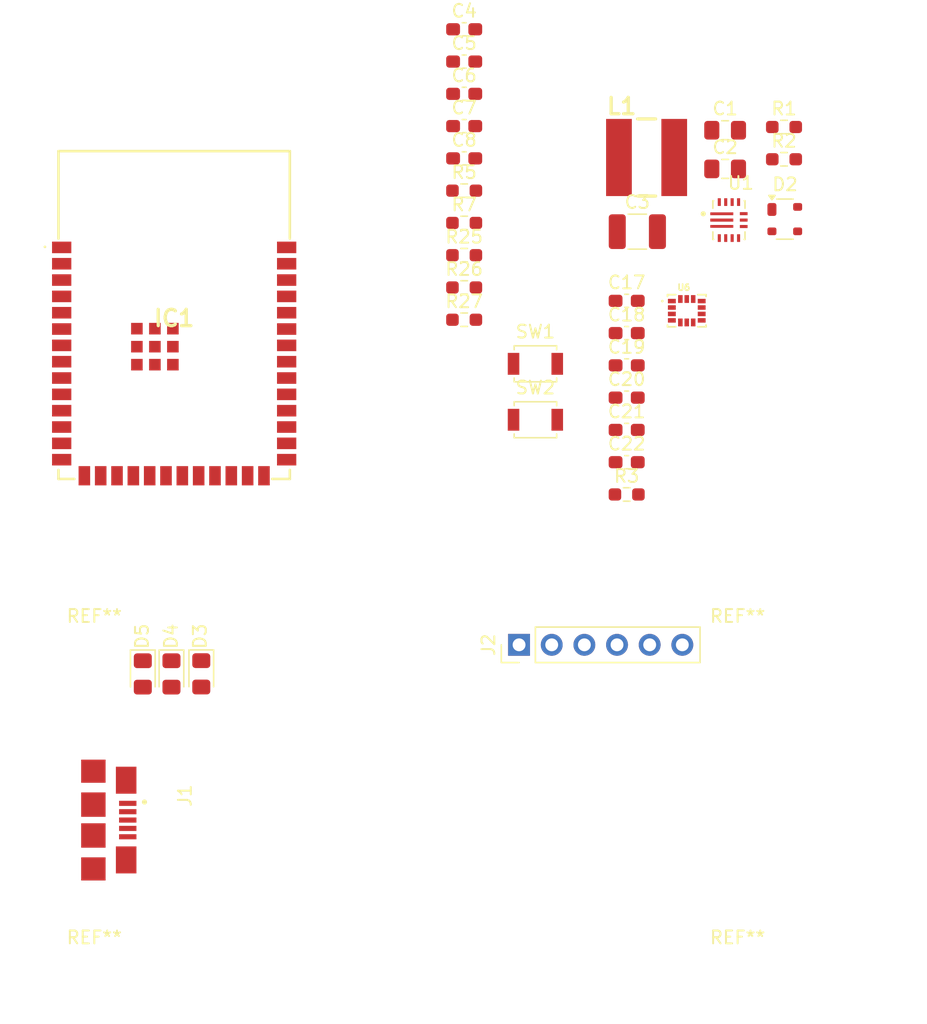
<source format=kicad_pcb>
(kicad_pcb (version 20241229) (generator "pcbnew") (generator_version "9.0")
  (layers (0 "F.Cu" signal) (2 "B.Cu" signal) (13 "F.Paste" user) (15 "B.Paste" user) (5 "F.SilkS" user "F.Silkscreen") (7 "B.SilkS" user "B.Silkscreen") (1 "F.Mask" user) (3 "B.Mask" user) (25 "Edge.Cuts" user))
  (net 0 "")
  (net 1 "Earth")
  (net 2 "+5V")
  (net 3 "+3.3V")
  (net 4 "Net-(U1-FB)")
  (net 5 "/ESP32S3/GPIO0")
  (net 6 "/ESP32S3/CHIP_PU")
  (net 7 "/ESP32S3/D+")
  (net 8 "/ESP32S3/D-")
  (net 9 "Net-(D3-A)")
  (net 10 "Net-(D4-A)")
  (net 11 "Net-(D5-A)")
  (net 12 "/ESP32S3/GPIO35")
  (net 13 "/ESP32S3/GPIO21")
  (net 14 "/ESP32S3/GPIO15")
  (net 15 "/ESP32S3/GPIO46")
  (net 16 "/ESP32S3/GPIO47")
  (net 17 "/ESP32S3/U0RXD")
  (net 18 "/ESP32S3/GPIO38")
  (net 19 "/ESP32S3/GPIO37")
  (net 20 "/ESP32S3/U0TXD")
  (net 21 "/ESP32S3/GPIO36")
  (net 22 "/ESP32S3/GPIO2")
  (net 23 "/ESP32S3/GPIO14")
  (net 24 "/ESP32S3/GPIO48")
  (net 25 "/ESP32S3/GPIO6")
  (net 26 "/ESP32S3/GPIO40")
  (net 27 "/ESP32S3/GPIO3")
  (net 28 "/ESP32S3/GPIO7")
  (net 29 "/ESP32S3/GPIO4")
  (net 30 "/ESP32S3/GPIO42")
  (net 31 "/ESP32S3/GPIO5")
  (net 32 "/ESP32S3/GPIO12")
  (net 33 "/ESP32S3/GPIO17")
  (net 34 "/ESP32S3/GPIO10")
  (net 35 "/ESP32S3/GPIO1")
  (net 36 "/ESP32S3/GPIO18")
  (net 37 "/ESP32S3/GPIO39")
  (net 38 "/ESP32S3/GPIO41")
  (net 39 "/ESP32S3/GPIO45")
  (net 40 "/ESP32S3/GPIO9")
  (net 41 "/ESP32S3/GPIO8")
  (net 42 "/ESP32S3/GPIO11")
  (net 43 "/ESP32S3/GPIO13")
  (net 45 "Net-(U1-L1)")
  (net 46 "Net-(U1-L2)")
  (footprint "MountingHole:MountingHole_2mm" (layer "F.Cu") (at 128.79125 72.375)
    (property "Reference" "REF**" (at 0 -2.95 0) (layer "F.SilkS"))
    (property "Value" "MountingHole_2mm")
    (pad "" np_thru_hole circle (at 0 0) (size 2 2) (drill 2) (layers "*.Cu" "*.Mask"))
  )
  (footprint "Capacitor_SMD:C_0603_1608Metric_Pad1.08x0.95mm_HandSolder" (layer "F.Cu") (at 170.2 57.455)
    (property "Reference" "C22" (at 0 -1.43 0) (layer "F.SilkS"))
    (property "Value" "0.1uF")
    (fp_line (start -0.146267 -0.51) (end 0.146267 -0.51) (stroke (width 0.12)) (layer "F.SilkS"))
    (fp_line (start -0.146267 0.51) (end 0.146267 0.51) (stroke (width 0.12)) (layer "F.SilkS"))
    (pad "1" smd roundrect (at -0.8625 0) (size 1.075 0.95) (layers "F.Cu" "F.Mask" "F.Paste") (net 1 "Earth"))
    (pad "2" smd roundrect (at 0.8625 0) (size 1.075 0.95) (layers "F.Cu" "F.Mask" "F.Paste") (net 3 "+3.3V"))
  )
  (footprint "MountingHole:MountingHole_2mm" (layer "F.Cu") (at 178.83125 97.375)
    (property "Reference" "REF**" (at 0 -2.95 0) (layer "F.SilkS"))
    (property "Value" "MountingHole_2mm")
    (pad "" np_thru_hole circle (at 0 0) (size 2 2) (drill 2) (layers "*.Cu" "*.Mask"))
  )
  (footprint "Capacitor_SMD:C_0603_1608Metric_Pad1.08x0.95mm_HandSolder" (layer "F.Cu") (at 170.2 54.945)
    (property "Reference" "C21" (at 0 -1.43 0) (layer "F.SilkS"))
    (property "Value" "1nF")
    (fp_line (start -0.146267 -0.51) (end 0.146267 -0.51) (stroke (width 0.12)) (layer "F.SilkS"))
    (fp_line (start -0.146267 0.51) (end 0.146267 0.51) (stroke (width 0.12)) (layer "F.SilkS"))
    (pad "1" smd roundrect (at -0.8625 0) (size 1.075 0.95) (layers "F.Cu" "F.Mask" "F.Paste") (net 1 "Earth"))
    (pad "2" smd roundrect (at 0.8625 0) (size 1.075 0.95) (layers "F.Cu" "F.Mask" "F.Paste") (net 3 "+3.3V"))
  )
  (footprint "Footprint:AMPHENOL_10118192-0002LF" (layer "F.Cu") (at 131.39 85.29 -90)
    (property "Reference" "J1" (at -1.905 -4.445 90) (layer "F.SilkS"))
    (property "Value" "10118192-0002LF")
    (fp_circle (center -1.4 -1.3) (end -1.3 -1.3) (stroke (width 0.2)) (fill no) (layer "F.SilkS"))
    (pad "1" smd rect (at -1.3 0 270) (size 0.4 1.35) (layers "F.Cu" "F.Mask" "F.Paste") (net 2 "+5V"))
    (pad "2" smd rect (at -0.65 0 270) (size 0.4 1.35) (layers "F.Cu" "F.Mask" "F.Paste") (net 8 "/ESP32S3/D-"))
    (pad "3" smd rect (at 0 0 270) (size 0.4 1.35) (layers "F.Cu" "F.Mask" "F.Paste") (net 7 "/ESP32S3/D+"))
    (pad "4" smd rect (at 0.65 0 270) (size 0.4 1.35) (layers "F.Cu" "F.Mask" "F.Paste"))
    (pad "5" smd rect (at 1.3 0 270) (size 0.4 1.35) (layers "F.Cu" "F.Mask" "F.Paste") (net 1 "Earth"))
    (pad "S1" smd rect (at -3.1 0.125 270) (size 2.1 1.6) (layers "F.Cu" "F.Mask" "F.Paste") (net 1 "Earth"))
    (pad "S2" smd rect (at 3.1 0.125 270) (size 2.1 1.6) (layers "F.Cu" "F.Mask" "F.Paste") (net 1 "Earth"))
    (pad "S3" smd rect (at -3.8 2.675 270) (size 1.8 1.9) (layers "F.Cu" "F.Mask" "F.Paste") (net 1 "Earth"))
    (pad "S4" smd rect (at -1.2 2.675 270) (size 1.9 1.9) (layers "F.Cu" "F.Mask" "F.Paste") (net 1 "Earth"))
    (pad "S5" smd rect (at 1.2 2.675 270) (size 1.9 1.9) (layers "F.Cu" "F.Mask" "F.Paste") (net 1 "Earth"))
    (pad "S6" smd rect (at 3.8 2.675 270) (size 1.8 1.9) (layers "F.Cu" "F.Mask" "F.Paste") (net 1 "Earth"))
  )
  (footprint "Capacitor_SMD:C_0603_1608Metric_Pad1.08x0.95mm_HandSolder" (layer "F.Cu") (at 170.2 47.415)
    (property "Reference" "C18" (at 0 -1.43 0) (layer "F.SilkS"))
    (property "Value" "1nF")
    (fp_line (start -0.146267 -0.51) (end 0.146267 -0.51) (stroke (width 0.12)) (layer "F.SilkS"))
    (fp_line (start -0.146267 0.51) (end 0.146267 0.51) (stroke (width 0.12)) (layer "F.SilkS"))
    (pad "1" smd roundrect (at -0.8625 0) (size 1.075 0.95) (layers "F.Cu" "F.Mask" "F.Paste") (net 3 "+3.3V"))
    (pad "2" smd roundrect (at 0.8625 0) (size 1.075 0.95) (layers "F.Cu" "F.Mask" "F.Paste") (net 1 "Earth"))
  )
  (footprint "Resistor_SMD:R_0603_1608Metric_Pad0.98x0.95mm_HandSolder" (layer "F.Cu") (at 157.56 36.335)
    (property "Reference" "R5" (at 0 -1.43 0) (layer "F.SilkS"))
    (property "Value" "10K 0.2W")
    (fp_line (start -0.254724 -0.5225) (end 0.254724 -0.5225) (stroke (width 0.12)) (layer "F.SilkS"))
    (fp_line (start -0.254724 0.5225) (end 0.254724 0.5225) (stroke (width 0.12)) (layer "F.SilkS"))
    (pad "1" smd roundrect (at -0.9125 0) (size 0.975 0.95) (layers "F.Cu" "F.Mask" "F.Paste") (net 3 "+3.3V"))
    (pad "2" smd roundrect (at 0.9125 0) (size 0.975 0.95) (layers "F.Cu" "F.Mask" "F.Paste") (net 6 "/ESP32S3/CHIP_PU"))
  )
  (footprint "Package_TO_SOT_SMD:SOT-143" (layer "F.Cu") (at 182.5 38.55)
    (property "Reference" "D2" (at 0.02 -2.7 0) (layer "F.SilkS"))
    (property "Value" "SP0503BAHT")
    (fp_line (start -0.65 1.56) (end 0.65 1.56) (stroke (width 0.12)) (layer "F.SilkS"))
    (fp_line (start 0.65 -1.56) (end -0.62 -1.56) (stroke (width 0.12)) (layer "F.SilkS"))
    (fp_poly (pts (xy -1 -1.51) (xy -1.24 -1.84) (xy -0.76 -1.84) (xy -1 -1.51)) (stroke (width 0.12)) (fill yes) (layer "F.SilkS"))
    (pad "1" smd roundrect (at -1 -0.75) (size 0.7 1) (layers "F.Cu" "F.Mask" "F.Paste") (net 1 "Earth"))
    (pad "2" smd roundrect (at -1 0.95) (size 0.7 0.6) (layers "F.Cu" "F.Mask" "F.Paste") (net 2 "+5V"))
    (pad "3" smd roundrect (at 1 0.95) (size 0.7 0.6) (layers "F.Cu" "F.Mask" "F.Paste") (net 8 "/ESP32S3/D-"))
    (pad "4" smd roundrect (at 1 -0.95) (size 0.7 0.6) (layers "F.Cu" "F.Mask" "F.Paste") (net 7 "/ESP32S3/D+"))
  )
  (footprint "Capacitor_SMD:C_0805_2012Metric_Pad1.18x1.45mm_HandSolder" (layer "F.Cu") (at 177.86 31.635)
    (property "Reference" "C1" (at 0 -1.68 0) (layer "F.SilkS"))
    (property "Value" "10uF")
    (fp_line (start -0.261252 -0.735) (end 0.261252 -0.735) (stroke (width 0.12)) (layer "F.SilkS"))
    (fp_line (start -0.261252 0.735) (end 0.261252 0.735) (stroke (width 0.12)) (layer "F.SilkS"))
    (pad "1" smd roundrect (at -1.0375 0) (size 1.175 1.45) (layers "F.Cu" "F.Mask" "F.Paste") (roundrect_rratio 0.212766) (net 2 "+5V"))
    (pad "2" smd roundrect (at 1.0375 0) (size 1.175 1.45) (layers "F.Cu" "F.Mask" "F.Paste") (roundrect_rratio 0.212766) (net 1 "Earth"))
  )
  (footprint "MountingHole:MountingHole_2mm" (layer "F.Cu") (at 128.79125 97.375)
    (property "Reference" "REF**" (at 0 -2.95 0) (layer "F.SilkS"))
    (property "Value" "MountingHole_2mm")
    (pad "" np_thru_hole circle (at 0 0) (size 2 2) (drill 2) (layers "*.Cu" "*.Mask"))
  )
  (footprint "Footprint:VREG_TPS630250RNCT" (layer "F.Cu") (at 178.155 38.625)
    (property "Reference" "U1" (at 0.925 -2.885 0) (layer "F.SilkS"))
    (property "Value" "TPS630250RNCT")
    (fp_line (start -1.25 -1.5) (end -1.25 -0.92) (stroke (width 0.127)) (layer "F.SilkS"))
    (fp_line (start -1.25 -1.5) (end -1.19 -1.5) (stroke (width 0.127)) (layer "F.SilkS"))
    (fp_line (start -1.25 1.5) (end -1.25 0.92) (stroke (width 0.127)) (layer "F.SilkS"))
    (fp_line (start -1.19 1.5) (end -1.25 1.5) (stroke (width 0.127)) (layer "F.SilkS"))
    (fp_line (start 1.19 -1.5) (end 1.25 -1.5) (stroke (width 0.127)) (layer "F.SilkS"))
    (fp_line (start 1.25 -1.5) (end 1.25 -0.92) (stroke (width 0.127)) (layer "F.SilkS"))
    (fp_line (start 1.25 1.5) (end 1.19 1.5) (stroke (width 0.127)) (layer "F.SilkS"))
    (fp_line (start 1.25 1.5) (end 1.25 0.92) (stroke (width 0.127)) (layer "F.SilkS"))
    (fp_circle (center -2 -0.49) (end -1.9 -0.49) (stroke (width 0.2)) (fill no) (layer "F.SilkS"))
    (pad "1" smd rect (at -0.555 -0.49) (size 1.79 0.22) (layers "F.Cu") (net 46 "Net-(U1-L2)"))
    (pad "2" smd rect (at -0.555 0) (size 1.79 0.24) (layers "F.Cu") (net 1 "Earth"))
    (pad "3" smd rect (at -0.555 0.49) (size 1.79 0.22) (layers "F.Cu") (net 45 "Net-(U1-L1)"))
    (pad "4" smd rect (at -0.75 1.4) (size 0.24 0.6) (layers "F.Cu" "F.Mask" "F.Paste") (net 2 "+5V"))
    (pad "5" smd rect (at -0.25 1.4) (size 0.24 0.6) (layers "F.Cu" "F.Mask" "F.Paste") (net 2 "+5V"))
    (pad "6" smd rect (at 0.25 1.4) (size 0.24 0.6) (layers "F.Cu" "F.Mask" "F.Paste") (net 2 "+5V"))
    (pad "7" smd rect (at 0.75 1.4) (size 0.24 0.6) (layers "F.Cu" "F.Mask" "F.Paste") (net 2 "+5V"))
    (pad "8" smd rect (at 1.15 0.5 90) (size 0.24 0.6) (layers "F.Cu" "F.Paste") (net 2 "+5V"))
    (pad "9" smd rect (at 1.15 0 90) (size 0.24 0.6) (layers "F.Cu" "F.Paste") (net 1 "Earth"))
    (pad "10" smd rect (at 1.15 -0.5 90) (size 0.24 0.6) (layers "F.Cu" "F.Paste") (net 1 "Earth"))
    (pad "11" smd rect (at 0.75 -1.4 180) (size 0.24 0.6) (layers "F.Cu" "F.Mask" "F.Paste") (net 4 "Net-(U1-FB)"))
    (pad "12" smd rect (at 0.25 -1.4 180) (size 0.24 0.6) (layers "F.Cu" "F.Mask" "F.Paste") (net 3 "+3.3V"))
    (pad "13" smd rect (at -0.25 -1.4 180) (size 0.24 0.6) (layers "F.Cu" "F.Mask" "F.Paste") (net 3 "+3.3V"))
    (pad "14" smd rect (at -0.75 -1.4 180) (size 0.24 0.6) (layers "F.Cu" "F.Mask" "F.Paste") (net 3 "+3.3V"))
  )
  (footprint "Resistor_SMD:R_0603_1608Metric_Pad0.98x0.95mm_HandSolder" (layer "F.Cu") (at 170.2 59.965)
    (property "Reference" "R3" (at 0 -1.43 0) (layer "F.SilkS"))
    (property "Value" "10K")
    (fp_line (start -0.254724 -0.5225) (end 0.254724 -0.5225) (stroke (width 0.12)) (layer "F.SilkS"))
    (fp_line (start -0.254724 0.5225) (end 0.254724 0.5225) (stroke (width 0.12)) (layer "F.SilkS"))
    (pad "1" smd roundrect (at -0.9125 0) (size 0.975 0.95) (layers "F.Cu" "F.Mask" "F.Paste") (net 1 "Earth"))
    (pad "2" smd roundrect (at 0.9125 0) (size 0.975 0.95) (layers "F.Cu" "F.Mask" "F.Paste") (net 21 "/ESP32S3/GPIO36"))
  )
  (footprint "Resistor_SMD:R_0603_1608Metric_Pad0.98x0.95mm_HandSolder" (layer "F.Cu") (at 157.56 38.845)
    (property "Reference" "R7" (at 0 -1.43 0) (layer "F.SilkS"))
    (property "Value" "10K 0.2W")
    (fp_line (start -0.254724 -0.5225) (end 0.254724 -0.5225) (stroke (width 0.12)) (layer "F.SilkS"))
    (fp_line (start -0.254724 0.5225) (end 0.254724 0.5225) (stroke (width 0.12)) (layer "F.SilkS"))
    (pad "1" smd roundrect (at -0.9125 0) (size 0.975 0.95) (layers "F.Cu" "F.Mask" "F.Paste") (net 5 "/ESP32S3/GPIO0"))
    (pad "2" smd roundrect (at 0.9125 0) (size 0.975 0.95) (layers "F.Cu" "F.Mask" "F.Paste") (net 3 "+3.3V"))
  )
  (footprint "Capacitor_SMD:C_0805_2012Metric_Pad1.18x1.45mm_HandSolder" (layer "F.Cu") (at 177.86 34.645)
    (property "Reference" "C2" (at 0 -1.68 0) (layer "F.SilkS"))
    (property "Value" "10uF")
    (fp_line (start -0.261252 -0.735) (end 0.261252 -0.735) (stroke (width 0.12)) (layer "F.SilkS"))
    (fp_line (start -0.261252 0.735) (end 0.261252 0.735) (stroke (width 0.12)) (layer "F.SilkS"))
    (pad "1" smd roundrect (at -1.0375 0) (size 1.175 1.45) (layers "F.Cu" "F.Mask" "F.Paste") (roundrect_rratio 0.212766) (net 3 "+3.3V"))
    (pad "2" smd roundrect (at 1.0375 0) (size 1.175 1.45) (layers "F.Cu" "F.Mask" "F.Paste") (roundrect_rratio 0.212766) (net 4 "Net-(U1-FB)"))
  )
  (footprint "Capacitor_SMD:C_0603_1608Metric_Pad1.08x0.95mm_HandSolder" (layer "F.Cu") (at 170.2 44.905)
    (property "Reference" "C17" (at 0 -1.43 0) (layer "F.SilkS"))
    (property "Value" "0.1uF")
    (fp_line (start -0.146267 -0.51) (end 0.146267 -0.51) (stroke (width 0.12)) (layer "F.SilkS"))
    (fp_line (start -0.146267 0.51) (end 0.146267 0.51) (stroke (width 0.12)) (layer "F.SilkS"))
    (pad "1" smd roundrect (at -0.8625 0) (size 1.075 0.95) (layers "F.Cu" "F.Mask" "F.Paste") (net 3 "+3.3V"))
    (pad "2" smd roundrect (at 0.8625 0) (size 1.075 0.95) (layers "F.Cu" "F.Mask" "F.Paste") (net 1 "Earth"))
  )
  (footprint "Connector_PinHeader_2.54mm:PinHeader_1x06_P2.54mm_Vertical" (layer "F.Cu") (at 161.83 71.66 90)
    (property "Reference" "J2" (at 0 -2.38 90) (layer "F.SilkS"))
    (property "Value" "Debug")
    (fp_line (start -1.38 -1.38) (end 0 -1.38) (stroke (width 0.12)) (layer "F.SilkS"))
    (fp_line (start -1.38 0) (end -1.38 -1.38) (stroke (width 0.12)) (layer "F.SilkS"))
    (fp_line (start 1.38 1.27) (end 1.38 14.08) (stroke (width 0.12)) (layer "F.SilkS"))
    (fp_line (start -1.38 1.27) (end 1.38 1.27) (stroke (width 0.12)) (layer "F.SilkS"))
    (fp_line (start -1.38 1.27) (end -1.38 14.08) (stroke (width 0.12)) (layer "F.SilkS"))
    (fp_line (start -1.38 14.08) (end 1.38 14.08) (stroke (width 0.12)) (layer "F.SilkS"))
    (pad "1" thru_hole rect (at 0 0 90) (size 1.7 1.7) (drill 1) (layers "*.Cu" "*.Mask") (net 3 "+3.3V"))
    (pad "2" thru_hole circle (at 0 2.54 90) (size 1.7 1.7) (drill 1) (layers "*.Cu" "*.Mask") (net 20 "/ESP32S3/U0TXD"))
    (pad "3" thru_hole circle (at 0 5.08 90) (size 1.7 1.7) (drill 1) (layers "*.Cu" "*.Mask") (net 17 "/ESP32S3/U0RXD"))
    (pad "4" thru_hole circle (at 0 7.62 90) (size 1.7 1.7) (drill 1) (layers "*.Cu" "*.Mask") (net 5 "/ESP32S3/GPIO0"))
    (pad "5" thru_hole circle (at 0 10.16 90) (size 1.7 1.7) (drill 1) (layers "*.Cu" "*.Mask") (net 6 "/ESP32S3/CHIP_PU"))
    (pad "6" thru_hole circle (at 0 12.7 90) (size 1.7 1.7) (drill 1) (layers "*.Cu" "*.Mask") (net 1 "Earth"))
  )
  (footprint "Capacitor_SMD:C_0603_1608Metric_Pad1.08x0.95mm_HandSolder" (layer "F.Cu") (at 157.56 23.785)
    (property "Reference" "C4" (at 0 -1.43 0) (layer "F.SilkS"))
    (property "Value" "0.1uF")
    (fp_line (start -0.146267 -0.51) (end 0.146267 -0.51) (stroke (width 0.12)) (layer "F.SilkS"))
    (fp_line (start -0.146267 0.51) (end 0.146267 0.51) (stroke (width 0.12)) (layer "F.SilkS"))
    (pad "1" smd roundrect (at -0.8625 0) (size 1.075 0.95) (layers "F.Cu" "F.Mask" "F.Paste") (net 5 "/ESP32S3/GPIO0"))
    (pad "2" smd roundrect (at 0.8625 0) (size 1.075 0.95) (layers "F.Cu" "F.Mask" "F.Paste") (net 1 "Earth"))
  )
  (footprint "Resistor_SMD:R_0603_1608Metric_Pad0.98x0.95mm_HandSolder" (layer "F.Cu") (at 157.56 43.865)
    (property "Reference" "R26" (at 0 -1.43 0) (layer "F.SilkS"))
    (property "Value" "470E")
    (fp_line (start -0.254724 -0.5225) (end 0.254724 -0.5225) (stroke (width 0.12)) (layer "F.SilkS"))
    (fp_line (start -0.254724 0.5225) (end 0.254724 0.5225) (stroke (width 0.12)) (layer "F.SilkS"))
    (pad "1" smd roundrect (at -0.9125 0) (size 0.975 0.95) (layers "F.Cu" "F.Mask" "F.Paste") (net 10 "Net-(D4-A)"))
    (pad "2" smd roundrect (at 0.9125 0) (size 0.975 0.95) (layers "F.Cu" "F.Mask" "F.Paste") (net 31 "/ESP32S3/GPIO5"))
  )
  (footprint "Resistor_SMD:R_0603_1608Metric_Pad0.98x0.95mm_HandSolder" (layer "F.Cu") (at 157.56 46.375)
    (property "Reference" "R27" (at 0 -1.43 0) (layer "F.SilkS"))
    (property "Value" "470E")
    (fp_line (start -0.254724 -0.5225) (end 0.254724 -0.5225) (stroke (width 0.12)) (layer "F.SilkS"))
    (fp_line (start -0.254724 0.5225) (end 0.254724 0.5225) (stroke (width 0.12)) (layer "F.SilkS"))
    (pad "1" smd roundrect (at -0.9125 0) (size 0.975 0.95) (layers "F.Cu" "F.Mask" "F.Paste") (net 11 "Net-(D5-A)"))
    (pad "2" smd roundrect (at 0.9125 0) (size 0.975 0.95) (layers "F.Cu" "F.Mask" "F.Paste") (net 25 "/ESP32S3/GPIO6"))
  )
  (footprint "Footprint:SRN60451R0Y" (layer "F.Cu") (at 171.75 33.757)
    (property "Reference" "L1" (at -1.94 -3.98 0) (layer "F.SilkS") (effects (font (size 1.27 1.27) (thickness 0.254))))
    (property "Value" "SRN60451R0Y" (hide yes))
    (fp_line (start -0.7 -3) (end 0.7 -3) (stroke (width 0.254)) (layer "F.SilkS"))
    (fp_line (start -0.7 3) (end 0.7 3) (stroke (width 0.254)) (layer "F.SilkS"))
    (pad "1" smd rect (at -2.15 0) (size 2 6) (layers "F.Cu" "F.Mask" "F.Paste") (net 46 "Net-(U1-L2)"))
    (pad "2" smd rect (at 2.15 0) (size 2 6) (layers "F.Cu" "F.Mask" "F.Paste") (net 45 "Net-(U1-L1)"))
  )
  (footprint "Button_Switch_SMD:SW_SPST_B3U-1000P" (layer "F.Cu") (at 163.1 54.155)
    (property "Reference" "SW2" (at 0 -2.5 0) (layer "F.SilkS"))
    (property "Value" "SW_SPST")
    (fp_line (start -1.65 -1.4) (end 1.65 -1.4) (stroke (width 0.12)) (layer "F.SilkS"))
    (fp_line (start -1.65 -1.1) (end -1.65 -1.4) (stroke (width 0.12)) (layer "F.SilkS"))
    (fp_line (start -1.65 1.1) (end -1.65 1.4) (stroke (width 0.12)) (layer "F.SilkS"))
    (fp_line (start -1.65 1.4) (end 1.65 1.4) (stroke (width 0.12)) (layer "F.SilkS"))
    (fp_line (start 1.65 -1.4) (end 1.65 -1.1) (stroke (width 0.12)) (layer "F.SilkS"))
    (fp_line (start 1.65 1.4) (end 1.65 1.1) (stroke (width 0.12)) (layer "F.SilkS"))
    (pad "1" smd rect (at -1.7 0) (size 0.9 1.7) (layers "F.Cu" "F.Mask" "F.Paste") (net 1 "Earth"))
    (pad "2" smd rect (at 1.7 0) (size 0.9 1.7) (layers "F.Cu" "F.Mask" "F.Paste") (net 6 "/ESP32S3/CHIP_PU"))
  )
  (footprint "LED_SMD:LED_0805_2012Metric_Pad1.15x1.40mm_HandSolder" (layer "F.Cu") (at 134.79 73.925 -90)
    (property "Reference" "D4" (at -2.925 0.04 90) (layer "F.SilkS"))
    (property "Value" "LED")
    (fp_line (start -1.86 0.96) (end 1 0.96) (stroke (width 0.12)) (layer "F.SilkS"))
    (fp_line (start -1.86 -0.96) (end -1.86 0.96) (stroke (width 0.12)) (layer "F.SilkS"))
    (fp_line (start 1 -0.96) (end -1.86 -0.96) (stroke (width 0.12)) (layer "F.SilkS"))
    (pad "1" smd roundrect (at -1.025 0 270) (size 1.15 1.4) (layers "F.Cu" "F.Mask" "F.Paste") (roundrect_rratio 0.217391) (net 1 "Earth"))
    (pad "2" smd roundrect (at 1.025 0 270) (size 1.15 1.4) (layers "F.Cu" "F.Mask" "F.Paste") (roundrect_rratio 0.217391) (net 10 "Net-(D4-A)"))
  )
  (footprint "LED_SMD:LED_0805_2012Metric_Pad1.15x1.40mm_HandSolder" (layer "F.Cu") (at 132.56 73.925 -90)
    (property "Reference" "D5" (at -2.925 0.06 90) (layer "F.SilkS"))
    (property "Value" "LED")
    (fp_line (start -1.86 0.96) (end 1 0.96) (stroke (width 0.12)) (layer "F.SilkS"))
    (fp_line (start -1.86 -0.96) (end -1.86 0.96) (stroke (width 0.12)) (layer "F.SilkS"))
    (fp_line (start 1 -0.96) (end -1.86 -0.96) (stroke (width 0.12)) (layer "F.SilkS"))
    (pad "1" smd roundrect (at -1.025 0 270) (size 1.15 1.4) (layers "F.Cu" "F.Mask" "F.Paste") (roundrect_rratio 0.217391) (net 1 "Earth"))
    (pad "2" smd roundrect (at 1.025 0 270) (size 1.15 1.4) (layers "F.Cu" "F.Mask" "F.Paste") (roundrect_rratio 0.217391) (net 11 "Net-(D5-A)"))
  )
  (footprint "Capacitor_SMD:C_0603_1608Metric_Pad1.08x0.95mm_HandSolder" (layer "F.Cu") (at 157.56 26.295)
    (property "Reference" "C5" (at 0 -1.43 0) (layer "F.SilkS"))
    (property "Value" "0.1uF")
    (fp_line (start -0.146267 -0.51) (end 0.146267 -0.51) (stroke (width 0.12)) (layer "F.SilkS"))
    (fp_line (start -0.146267 0.51) (end 0.146267 0.51) (stroke (width 0.12)) (layer "F.SilkS"))
    (pad "1" smd roundrect (at -0.8625 0) (size 1.075 0.95) (layers "F.Cu" "F.Mask" "F.Paste") (net 6 "/ESP32S3/CHIP_PU"))
    (pad "2" smd roundrect (at 0.8625 0) (size 1.075 0.95) (layers "F.Cu" "F.Mask" "F.Paste") (net 1 "Earth"))
  )
  (footprint "Capacitor_SMD:C_0603_1608Metric_Pad1.08x0.95mm_HandSolder" (layer "F.Cu") (at 157.56 31.315)
    (property "Reference" "C7" (at 0 -1.43 0) (layer "F.SilkS"))
    (property "Value" "0.1uF")
    (fp_line (start -0.146267 -0.51) (end 0.146267 -0.51) (stroke (width 0.12)) (layer "F.SilkS"))
    (fp_line (start -0.146267 0.51) (end 0.146267 0.51) (stroke (width 0.12)) (layer "F.SilkS"))
    (pad "1" smd roundrect (at -0.8625 0) (size 1.075 0.95) (layers "F.Cu" "F.Mask" "F.Paste") (net 3 "+3.3V"))
    (pad "2" smd roundrect (at 0.8625 0) (size 1.075 0.95) (layers "F.Cu" "F.Mask" "F.Paste") (net 1 "Earth"))
  )
  (footprint "Resistor_SMD:R_0603_1608Metric_Pad0.98x0.95mm_HandSolder" (layer "F.Cu") (at 182.44 33.895)
    (property "Reference" "R2" (at 0 -1.43 0) (layer "F.SilkS"))
    (property "Value" "180K")
    (fp_line (start -0.254724 -0.5225) (end 0.254724 -0.5225) (stroke (width 0.12)) (layer "F.SilkS"))
    (fp_line (start -0.254724 0.5225) (end 0.254724 0.5225) (stroke (width 0.12)) (layer "F.SilkS"))
    (pad "1" smd roundrect (at -0.9125 0) (size 0.975 0.95) (layers "F.Cu" "F.Mask" "F.Paste") (net 4 "Net-(U1-FB)"))
    (pad "2" smd roundrect (at 0.9125 0) (size 0.975 0.95) (layers "F.Cu" "F.Mask" "F.Paste") (net 1 "Earth"))
  )
  (footprint "LED_SMD:LED_0805_2012Metric_Pad1.15x1.40mm_HandSolder" (layer "F.Cu") (at 137.11 73.9175 -90)
    (property "Reference" "D3" (at -2.9175 0.11 90) (layer "F.SilkS"))
    (property "Value" "LED")
    (fp_line (start -1.86 0.96) (end 1 0.96) (stroke (width 0.12)) (layer "F.SilkS"))
    (fp_line (start -1.86 -0.96) (end -1.86 0.96) (stroke (width 0.12)) (layer "F.SilkS"))
    (fp_line (start 1 -0.96) (end -1.86 -0.96) (stroke (width 0.12)) (layer "F.SilkS"))
    (pad "1" smd roundrect (at -1.025 0 270) (size 1.15 1.4) (layers "F.Cu" "F.Mask" "F.Paste") (roundrect_rratio 0.217391) (net 1 "Earth"))
    (pad "2" smd roundrect (at 1.025 0 270) (size 1.15 1.4) (layers "F.Cu" "F.Mask" "F.Paste") (roundrect_rratio 0.217391) (net 9 "Net-(D3-A)"))
  )
  (footprint "Footprint:PQFN50P250X300X86-14N" (layer "F.Cu") (at 174.875 45.675)
    (property "Reference" "U6" (at -0.231178 -1.811219 0) (layer "F.SilkS") (effects (font (size 0.480376 0.480376))))
    (property "Value" "ISM330DLCTR")
    (fp_line (start -1.5 -1.25) (end -0.859 -1.25) (stroke (width 0.127)) (layer "F.SilkS"))
    (fp_line (start -1.5 -1.109) (end -1.5 -1.25) (stroke (width 0.127)) (layer "F.SilkS"))
    (fp_line (start -1.5 1.109) (end -1.5 1.25) (stroke (width 0.127)) (layer "F.SilkS"))
    (fp_line (start -1.5 1.25) (end -0.859 1.25) (stroke (width 0.127)) (layer "F.SilkS"))
    (fp_line (start 1.5 -1.25) (end 0.859 -1.25) (stroke (width 0.127)) (layer "F.SilkS"))
    (fp_line (start 1.5 -1.109) (end 1.5 -1.25) (stroke (width 0.127)) (layer "F.SilkS"))
    (fp_line (start 1.5 1.109) (end 1.5 1.25) (stroke (width 0.127)) (layer "F.SilkS"))
    (fp_line (start 1.5 1.25) (end 0.859 1.25) (stroke (width 0.127)) (layer "F.SilkS"))
    (fp_circle (center -1.9 -0.75) (end -1.85 -0.75) (stroke (width 0.1)) (fill no) (layer "F.SilkS"))
    (pad "1" smd roundrect (at -1.16 -0.75 180) (size 0.61 0.35) (layers "F.Cu" "F.Mask" "F.Paste") (roundrect_rratio 0.02) (net 18 "/ESP32S3/GPIO38"))
    (pad "2" smd roundrect (at -1.16 -0.25 180) (size 0.61 0.35) (layers "F.Cu" "F.Mask" "F.Paste") (roundrect_rratio 0.02) (net 1 "Earth"))
    (pad "3" smd roundrect (at -1.16 0.25 180) (size 0.61 0.35) (layers "F.Cu" "F.Mask" "F.Paste") (roundrect_rratio 0.02) (net 1 "Earth"))
    (pad "4" smd roundrect (at -1.16 0.75 180) (size 0.61 0.35) (layers "F.Cu" "F.Mask" "F.Paste") (roundrect_rratio 0.02) (net 14 "/ESP32S3/GPIO15"))
    (pad "5" smd roundrect (at -0.5 0.91 270) (size 0.61 0.35) (layers "F.Cu" "F.Mask" "F.Paste") (roundrect_rratio 0.02) (net 3 "+3.3V"))
    (pad "6" smd roundrect (at 0 0.91 270) (size 0.61 0.35) (layers "F.Cu" "F.Mask" "F.Paste") (roundrect_rratio 0.02) (net 1 "Earth"))
    (pad "7" smd roundrect (at 0.5 0.91 270) (size 0.61 0.35) (layers "F.Cu" "F.Mask" "F.Paste") (roundrect_rratio 0.02) (net 1 "Earth"))
    (pad "8" smd roundrect (at 1.16 0.75) (size 0.61 0.35) (layers "F.Cu" "F.Mask" "F.Paste") (roundrect_rratio 0.02) (net 3 "+3.3V"))
    (pad "9" smd roundrect (at 1.16 0.25) (size 0.61 0.35) (layers "F.Cu" "F.Mask" "F.Paste") (roundrect_rratio 0.02) (net 14 "/ESP32S3/GPIO15"))
    (pad "10" smd roundrect (at 1.16 -0.25) (size 0.61 0.35) (layers "F.Cu" "F.Mask" "F.Paste") (roundrect_rratio 0.02))
    (pad "11" smd roundrect (at 1.16 -0.75) (size 0.61 0.35) (layers "F.Cu" "F.Mask" "F.Paste") (roundrect_rratio 0.02))
    (pad "12" smd roundrect (at 0.5 -0.91 90) (size 0.61 0.35) (layers "F.Cu" "F.Mask" "F.Paste") (roundrect_rratio 0.02) (net 21 "/ESP32S3/GPIO36"))
    (pad "13" smd roundrect (at 0 -0.91 90) (size 0.61 0.35) (layers "F.Cu" "F.Mask" "F.Paste") (roundrect_rratio 0.02) (net 12 "/ESP32S3/GPIO35"))
    (pad "14" smd roundrect (at -0.5 -0.91 90) (size 0.61 0.35) (layers "F.Cu" "F.Mask" "F.Paste") (roundrect_rratio 0.02) (net 19 "/ESP32S3/GPIO37"))
  )
  (footprint "Button_Switch_SMD:SW_SPST_B3U-1000P" (layer "F.Cu") (at 163.1 49.805)
    (property "Reference" "SW1" (at 0 -2.5 0) (layer "F.SilkS"))
    (property "Value" "SW_SPST")
    (fp_line (start -1.65 -1.4) (end 1.65 -1.4) (stroke (width 0.12)) (layer "F.SilkS"))
    (fp_line (start -1.65 -1.1) (end -1.65 -1.4) (stroke (width 0.12)) (layer "F.SilkS"))
    (fp_line (start -1.65 1.1) (end -1.65 1.4) (stroke (width 0.12)) (layer "F.SilkS"))
    (fp_line (start -1.65 1.4) (end 1.65 1.4) (stroke (width 0.12)) (layer "F.SilkS"))
    (fp_line (start 1.65 -1.4) (end 1.65 -1.1) (stroke (width 0.12)) (layer "F.SilkS"))
    (fp_line (start 1.65 1.4) (end 1.65 1.1) (stroke (width 0.12)) (layer "F.SilkS"))
    (pad "1" smd rect (at -1.7 0) (size 0.9 1.7) (layers "F.Cu" "F.Mask" "F.Paste") (net 1 "Earth"))
    (pad "2" smd rect (at 1.7 0) (size 0.9 1.7) (layers "F.Cu" "F.Mask" "F.Paste") (net 5 "/ESP32S3/GPIO0"))
  )
  (footprint "Capacitor_SMD:C_1210_3225Metric_Pad1.33x2.70mm_HandSolder" (layer "F.Cu") (at 171.03 39.525)
    (property "Reference" "C3" (at 0 -2.3 0) (layer "F.SilkS"))
    (property "Value" "47uF")
    (fp_line (start -0.711252 -1.36) (end 0.711252 -1.36) (stroke (width 0.12)) (layer "F.SilkS"))
    (fp_line (start -0.711252 1.36) (end 0.711252 1.36) (stroke (width 0.12)) (layer "F.SilkS"))
    (pad "1" smd roundrect (at -1.5625 0) (size 1.325 2.7) (layers "F.Cu" "F.Mask" "F.Paste") (roundrect_rratio 0.188679) (net 3 "+3.3V"))
    (pad "2" smd roundrect (at 1.5625 0) (size 1.325 2.7) (layers "F.Cu" "F.Mask" "F.Paste") (roundrect_rratio 0.188679) (net 4 "Net-(U1-FB)"))
  )
  (footprint "Capacitor_SMD:C_0603_1608Metric_Pad1.08x0.95mm_HandSolder" (layer "F.Cu") (at 170.2 52.435)
    (property "Reference" "C20" (at 0 -1.43 0) (layer "F.SilkS"))
    (property "Value" "33pF")
    (fp_line (start -0.146267 -0.51) (end 0.146267 -0.51) (stroke (width 0.12)) (layer "F.SilkS"))
    (fp_line (start -0.146267 0.51) (end 0.146267 0.51) (stroke (width 0.12)) (layer "F.SilkS"))
    (pad "1" smd roundrect (at -0.8625 0) (size 1.075 0.95) (layers "F.Cu" "F.Mask" "F.Paste") (net 3 "+3.3V"))
    (pad "2" smd roundrect (at 0.8625 0) (size 1.075 0.95) (layers "F.Cu" "F.Mask" "F.Paste") (net 1 "Earth"))
  )
  (footprint "MountingHole:MountingHole_2mm" (layer "F.Cu") (at 178.83125 72.375)
    (property "Reference" "REF**" (at 0 -2.95 0) (layer "F.SilkS"))
    (property "Value" "MountingHole_2mm")
    (pad "" np_thru_hole circle (at 0 0) (size 2 2) (drill 2) (layers "*.Cu" "*.Mask"))
  )
  (footprint "Capacitor_SMD:C_0603_1608Metric_Pad1.08x0.95mm_HandSolder" (layer "F.Cu") (at 170.2 49.925)
    (property "Reference" "C19" (at 0 -1.43 0) (layer "F.SilkS"))
    (property "Value" "33pF")
    (fp_line (start -0.146267 -0.51) (end 0.146267 -0.51) (stroke (width 0.12)) (layer "F.SilkS"))
    (fp_line (start -0.146267 0.51) (end 0.146267 0.51) (stroke (width 0.12)) (layer "F.SilkS"))
    (pad "1" smd roundrect (at -0.8625 0) (size 1.075 0.95) (layers "F.Cu" "F.Mask" "F.Paste") (net 1 "Earth"))
    (pad "2" smd roundrect (at 0.8625 0) (size 1.075 0.95) (layers "F.Cu" "F.Mask" "F.Paste") (net 3 "+3.3V"))
  )
  (footprint "Resistor_SMD:R_0603_1608Metric_Pad0.98x0.95mm_HandSolder" (layer "F.Cu") (at 157.56 41.355)
    (property "Reference" "R25" (at 0 -1.43 0) (layer "F.SilkS"))
    (property "Value" "470E")
    (fp_line (start -0.254724 -0.5225) (end 0.254724 -0.5225) (stroke (width 0.12)) (layer "F.SilkS"))
    (fp_line (start -0.254724 0.5225) (end 0.254724 0.5225) (stroke (width 0.12)) (layer "F.SilkS"))
    (pad "1" smd roundrect (at -0.9125 0) (size 0.975 0.95) (layers "F.Cu" "F.Mask" "F.Paste") (net 9 "Net-(D3-A)"))
    (pad "2" smd roundrect (at 0.9125 0) (size 0.975 0.95) (layers "F.Cu" "F.Mask" "F.Paste") (net 29 "/ESP32S3/GPIO4"))
  )
  (footprint "Resistor_SMD:R_0603_1608Metric_Pad0.98x0.95mm_HandSolder" (layer "F.Cu") (at 182.44 31.385)
    (property "Reference" "R1" (at 0 -1.43 0) (layer "F.SilkS"))
    (property "Value" "562K")
    (fp_line (start -0.254724 -0.5225) (end 0.254724 -0.5225) (stroke (width 0.12)) (layer "F.SilkS"))
    (fp_line (start -0.254724 0.5225) (end 0.254724 0.5225) (stroke (width 0.12)) (layer "F.SilkS"))
    (pad "1" smd roundrect (at -0.9125 0) (size 0.975 0.95) (layers "F.Cu" "F.Mask" "F.Paste") (net 3 "+3.3V"))
    (pad "2" smd roundrect (at 0.9125 0) (size 0.975 0.95) (layers "F.Cu" "F.Mask" "F.Paste") (net 4 "Net-(U1-FB)"))
  )
  (footprint "Footprint:ESP32S3WROOM1N4" (layer "F.Cu") (at 135 46.01)
    (property "Reference" "IC1" (at 0 0.25 0) (layer "F.SilkS") (effects (font (size 1.27 1.27) (thickness 0.254))))
    (property "Value" "ESP32-S3-WROOM-1-N16R2" (hide yes))
    (fp_line (start -10.1 -5.3) (end -10.1 -5.3) (stroke (width 0.1)) (layer "F.SilkS"))
    (fp_line (start -10 -5.3) (end -10 -5.3) (stroke (width 0.1)) (layer "F.SilkS"))
    (fp_line (start -9 -12.75) (end 9 -12.75) (stroke (width 0.2)) (layer "F.SilkS"))
    (fp_line (start -9 -5.95) (end -9 -12.75) (stroke (width 0.2)) (layer "F.SilkS"))
    (fp_line (start -9 12.05) (end -9 12.75) (stroke (width 0.2)) (layer "F.SilkS"))
    (fp_line (start -9 12.75) (end -7.765 12.75) (stroke (width 0.2)) (layer "F.SilkS"))
    (fp_line (start 7.635 12.75) (end 9 12.75) (stroke (width 0.2)) (layer "F.SilkS"))
    (fp_line (start 9 -12.75) (end 9 -5.95) (stroke (width 0.2)) (layer "F.SilkS"))
    (fp_line (start 9 12.75) (end 9 12.05) (stroke (width 0.2)) (layer "F.SilkS"))
    (fp_arc (start -10.1 -5.3) (mid -10.05 -5.35) (end -10 -5.3) (stroke (width 0.1)) (layer "F.SilkS"))
    (fp_arc (start -10 -5.3) (mid -10.05 -5.25) (end -10.1 -5.3) (stroke (width 0.1)) (layer "F.SilkS"))
    (pad "1" smd rect (at -8.75 -5.26 90) (size 0.9 1.5) (layers "F.Cu" "F.Mask" "F.Paste") (net 1 "Earth"))
    (pad "2" smd rect (at -8.75 -3.99 90) (size 0.9 1.5) (layers "F.Cu" "F.Mask" "F.Paste") (net 3 "+3.3V"))
    (pad "3" smd rect (at -8.75 -2.72 90) (size 0.9 1.5) (layers "F.Cu" "F.Mask" "F.Paste") (net 6 "/ESP32S3/CHIP_PU"))
    (pad "4" smd rect (at -8.75 -1.45 90) (size 0.9 1.5) (layers "F.Cu" "F.Mask" "F.Paste") (net 29 "/ESP32S3/GPIO4"))
    (pad "5" smd rect (at -8.75 -0.18 90) (size 0.9 1.5) (layers "F.Cu" "F.Mask" "F.Paste") (net 31 "/ESP32S3/GPIO5"))
    (pad "6" smd rect (at -8.75 1.09 90) (size 0.9 1.5) (layers "F.Cu" "F.Mask" "F.Paste") (net 25 "/ESP32S3/GPIO6"))
    (pad "7" smd rect (at -8.75 2.36 90) (size 0.9 1.5) (layers "F.Cu" "F.Mask" "F.Paste") (net 28 "/ESP32S3/GPIO7"))
    (pad "8" smd rect (at -8.75 3.63 90) (size 0.9 1.5) (layers "F.Cu" "F.Mask" "F.Paste") (net 14 "/ESP32S3/GPIO15"))
    (pad "9" smd rect (at -8.75 4.9 90) (size 0.9 1.5) (layers "F.Cu" "F.Mask" "F.Paste") (net 14 "/ESP32S3/GPIO15"))
    (pad "10" smd rect (at -8.75 6.17 90) (size 0.9 1.5) (layers "F.Cu" "F.Mask" "F.Paste") (net 33 "/ESP32S3/GPIO17"))
    (pad "11" smd rect (at -8.75 7.44 90) (size 0.9 1.5) (layers "F.Cu" "F.Mask" "F.Paste") (net 36 "/ESP32S3/GPIO18"))
    (pad "12" smd rect (at -8.75 8.71 90) (size 0.9 1.5) (layers "F.Cu" "F.Mask" "F.Paste") (net 41 "/ESP32S3/GPIO8"))
    (pad "13" smd rect (at -8.75 9.98 90) (size 0.9 1.5) (layers "F.Cu" "F.Mask" "F.Paste") (net 8 "/ESP32S3/D-"))
    (pad "14" smd rect (at -8.75 11.25 90) (size 0.9 1.5) (layers "F.Cu" "F.Mask" "F.Paste") (net 7 "/ESP32S3/D+"))
    (pad "15" smd rect (at -6.985 12.5) (size 0.9 1.5) (layers "F.Cu" "F.Mask" "F.Paste") (net 27 "/ESP32S3/GPIO3"))
    (pad "16" smd rect (at -5.715 12.5) (size 0.9 1.5) (layers "F.Cu" "F.Mask" "F.Paste") (net 15 "/ESP32S3/GPIO46"))
    (pad "17" smd rect (at -4.445 12.5) (size 0.9 1.5) (layers "F.Cu" "F.Mask" "F.Paste") (net 40 "/ESP32S3/GPIO9"))
    (pad "18" smd rect (at -3.175 12.5) (size 0.9 1.5) (layers "F.Cu" "F.Mask" "F.Paste") (net 34 "/ESP32S3/GPIO10"))
    (pad "19" smd rect (at -1.905 12.5) (size 0.9 1.5) (layers "F.Cu" "F.Mask" "F.Paste") (net 42 "/ESP32S3/GPIO11"))
    (pad "20" smd rect (at -0.635 12.5) (size 0.9 1.5) (layers "F.Cu" "F.Mask" "F.Paste") (net 32 "/ESP32S3/GPIO12"))
    (pad "21" smd rect (at 0.635 12.5) (size 0.9 1.5) (layers "F.Cu" "F.Mask" "F.Paste") (net 43 "/ESP32S3/GPIO13"))
    (pad "22" smd rect (at 1.905 12.5) (size 0.9 1.5) (layers "F.Cu" "F.Mask" "F.Paste") (net 23 "/ESP32S3/GPIO14"))
    (pad "23" smd rect (at 3.175 12.5) (size 0.9 1.5) (layers "F.Cu" "F.Mask" "F.Paste") (net 13 "/ESP32S3/GPIO21"))
    (pad "24" smd rect (at 4.445 12.5) (size 0.9 1.5) (layers "F.Cu" "F.Mask" "F.Paste") (net 16 "/ESP32S3/GPIO47"))
    (pad "25" smd rect (at 5.715 12.5) (size 0.9 1.5) (layers "F.Cu" "F.Mask" "F.Paste") (net 24 "/ESP32S3/GPIO48"))
    (pad "26" smd rect (at 6.985 12.5) (size 0.9 1.5) (layers "F.Cu" "F.Mask" "F.Paste") (net 39 "/ESP32S3/GPIO45"))
    (pad "27" smd rect (at 8.75 11.25 90) (size 0.9 1.5) (layers "F.Cu" "F.Mask" "F.Paste") (net 5 "/ESP32S3/GPIO0"))
    (pad "28" smd rect (at 8.75 9.98 90) (size 0.9 1.5) (layers "F.Cu" "F.Mask" "F.Paste") (net 12 "/ESP32S3/GPIO35"))
    (pad "29" smd rect (at 8.75 8.71 90) (size 0.9 1.5) (layers "F.Cu" "F.Mask" "F.Paste") (net 21 "/ESP32S3/GPIO36"))
    (pad "30" smd rect (at 8.75 7.44 90) (size 0.9 1.5) (layers "F.Cu" "F.Mask" "F.Paste") (net 19 "/ESP32S3/GPIO37"))
    (pad "31" smd rect (at 8.75 6.17 90) (size 0.9 1.5) (layers "F.Cu" "F.Mask" "F.Paste") (net 18 "/ESP32S3/GPIO38"))
    (pad "32" smd rect (at 8.75 4.9 90) (size 0.9 1.5) (layers "F.Cu" "F.Mask" "F.Paste") (net 37 "/ESP32S3/GPIO39"))
    (pad "33" smd rect (at 8.75 3.63 90) (size 0.9 1.5) (layers "F.Cu" "F.Mask" "F.Paste") (net 26 "/ESP32S3/GPIO40"))
    (pad "34" smd rect (at 8.75 2.36 90) (size 0.9 1.5) (layers "F.Cu" "F.Mask" "F.Paste") (net 38 "/ESP32S3/GPIO41"))
    (pad "35" smd rect (at 8.75 1.09 90) (size 0.9 1.5) (layers "F.Cu" "F.Mask" "F.Paste") (net 30 "/ESP32S3/GPIO42"))
    (pad "36" smd rect (at 8.75 -0.18 90) (size 0.9 1.5) (layers "F.Cu" "F.Mask" "F.Paste") (net 17 "/ESP32S3/U0RXD"))
    (pad "37" smd rect (at 8.75 -1.45 90) (size 0.9 1.5) (layers "F.Cu" "F.Mask" "F.Paste") (net 20 "/ESP32S3/U0TXD"))
    (pad "38" smd rect (at 8.75 -2.72 90) (size 0.9 1.5) (layers "F.Cu" "F.Mask" "F.Paste") (net 22 "/ESP32S3/GPIO2"))
    (pad "39" smd rect (at 8.75 -3.99 90) (size 0.9 1.5) (layers "F.Cu" "F.Mask" "F.Paste") (net 35 "/ESP32S3/GPIO1"))
    (pad "40" smd rect (at 8.75 -5.26 90) (size 0.9 1.5) (layers "F.Cu" "F.Mask" "F.Paste") (net 1 "Earth"))
    (pad "41" smd rect (at -1.5 2.46) (size 0.9 0.9) (layers "F.Cu" "F.Mask" "F.Paste") (net 1 "Earth"))
    (pad "42" smd rect (at -2.9 1.06) (size 0.9 0.9) (layers "F.Cu" "F.Mask" "F.Paste") (net 1 "Earth"))
    (pad "43" smd rect (at -2.9 2.46) (size 0.9 0.9) (layers "F.Cu" "F.Mask" "F.Paste") (net 1 "Earth"))
    (pad "44" smd rect (at -2.9 3.86) (size 0.9 0.9) (layers "F.Cu" "F.Mask" "F.Paste") (net 1 "Earth"))
    (pad "45" smd rect (at -1.5 3.86) (size 0.9 0.9) (layers "F.Cu" "F.Mask" "F.Paste") (net 1 "Earth"))
    (pad "46" smd rect (at -0.1 3.86) (size 0.9 0.9) (layers "F.Cu" "F.Mask" "F.Paste") (net 1 "Earth"))
    (pad "47" smd rect (at -0.1 2.46) (size 0.9 0.9) (layers "F.Cu" "F.Mask" "F.Paste") (net 1 "Earth"))
    (pad "48" smd rect (at -0.1 1.06) (size 0.9 0.9) (layers "F.Cu" "F.Mask" "F.Paste") (net 1 "Earth"))
    (pad "49" smd rect (at -1.5 1.06) (size 0.9 0.9) (layers "F.Cu" "F.Mask" "F.Paste") (net 1 "Earth"))
  )
  (footprint "Capacitor_SMD:C_0603_1608Metric_Pad1.08x0.95mm_HandSolder" (layer "F.Cu") (at 157.56 33.825)
    (property "Reference" "C8" (at 0 -1.43 0) (layer "F.SilkS"))
    (property "Value" "0.1uF")
    (fp_line (start -0.146267 -0.51) (end 0.146267 -0.51) (stroke (width 0.12)) (layer "F.SilkS"))
    (fp_line (start -0.146267 0.51) (end 0.146267 0.51) (stroke (width 0.12)) (layer "F.SilkS"))
    (pad "1" smd roundrect (at -0.8625 0) (size 1.075 0.95) (layers "F.Cu" "F.Mask" "F.Paste") (net 6 "/ESP32S3/CHIP_PU"))
    (pad "2" smd roundrect (at 0.8625 0) (size 1.075 0.95) (layers "F.Cu" "F.Mask" "F.Paste") (net 1 "Earth"))
  )
  (footprint "Capacitor_SMD:C_0603_1608Metric_Pad1.08x0.95mm_HandSolder" (layer "F.Cu") (at 157.56 28.805)
    (property "Reference" "C6" (at 0 -1.43 0) (layer "F.SilkS"))
    (property "Value" "0.1uF")
    (fp_line (start -0.146267 -0.51) (end 0.146267 -0.51) (stroke (width 0.12)) (layer "F.SilkS"))
    (fp_line (start -0.146267 0.51) (end 0.146267 0.51) (stroke (width 0.12)) (layer "F.SilkS"))
    (pad "1" smd roundrect (at -0.8625 0) (size 1.075 0.95) (layers "F.Cu" "F.Mask" "F.Paste") (net 3 "+3.3V"))
    (pad "2" smd roundrect (at 0.8625 0) (size 1.075 0.95) (layers "F.Cu" "F.Mask" "F.Paste") (net 1 "Earth"))
  )
)
</source>
